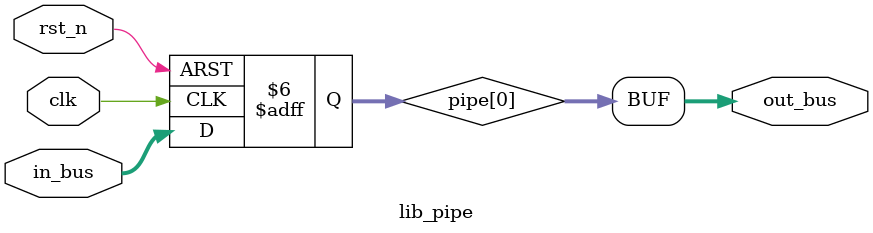
<source format=sv>


//WIDTH is the width of the DATA
//STAGES is the number of stages (flops in the pipeline)
module lib_pipe #(parameter WIDTH=8, parameter STAGES=1) (
   input clk,
   input rst_n,

   input[WIDTH-1:0] in_bus,

   output [WIDTH-1:0] out_bus
   );

//Note the shreg_extract=no directs Xilinx to not infer shift registers which
// defeats using this as a pipeline


`ifdef FPGA_LESS_RST
   (*shreg_extract="no"*) logic [WIDTH-1:0] pipe[STAGES-1:0] = '{default:'0};
`else
   (*shreg_extract="no"*) logic [WIDTH-1:0] pipe[STAGES-1:0];
`endif

//(*srl_style="register"*) logic [WIDTH-1:0] pipe [STAGES-1:0];
// logic [WIDTH-1:0] pipe [STAGES-1:0];
   
 integer i;

`ifdef FPGA_LESS_RST
 always @(posedge clk)
`else
 always @(negedge rst_n or posedge clk)
    if (!rst_n)
    begin
       for (i=0; i<STAGES; i=i+1)
          pipe[i] <= 0;
    end
    else
`endif
    begin
       pipe[0] <= in_bus;
 
       if (STAGES>1)
       begin
          for (i=1; i<STAGES; i=i+1)
             pipe[i] <= pipe[i-1];
       end
    end
 
 assign out_bus = pipe[STAGES-1];

endmodule
   

</source>
